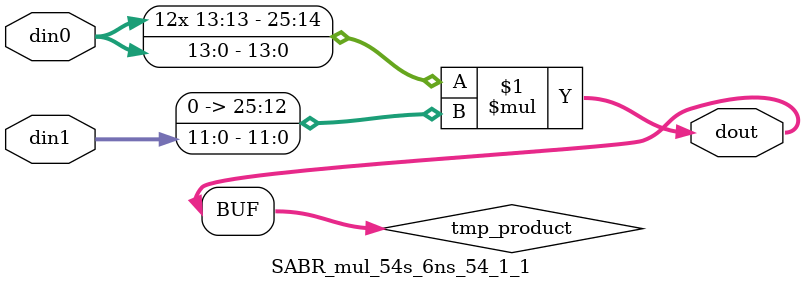
<source format=v>

`timescale 1 ns / 1 ps

 module SABR_mul_54s_6ns_54_1_1(din0, din1, dout);
parameter ID = 1;
parameter NUM_STAGE = 0;
parameter din0_WIDTH = 14;
parameter din1_WIDTH = 12;
parameter dout_WIDTH = 26;

input [din0_WIDTH - 1 : 0] din0; 
input [din1_WIDTH - 1 : 0] din1; 
output [dout_WIDTH - 1 : 0] dout;

wire signed [dout_WIDTH - 1 : 0] tmp_product;


























assign tmp_product = $signed(din0) * $signed({1'b0, din1});









assign dout = tmp_product;





















endmodule

</source>
